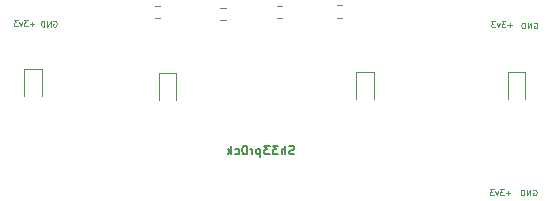
<source format=gbr>
G04 #@! TF.GenerationSoftware,KiCad,Pcbnew,(5.1.5-0-10_14)*
G04 #@! TF.CreationDate,2021-09-19T20:31:28-06:00*
G04 #@! TF.ProjectId,2021DC435,32303231-4443-4343-9335-2e6b69636164,rev?*
G04 #@! TF.SameCoordinates,Original*
G04 #@! TF.FileFunction,Legend,Bot*
G04 #@! TF.FilePolarity,Positive*
%FSLAX46Y46*%
G04 Gerber Fmt 4.6, Leading zero omitted, Abs format (unit mm)*
G04 Created by KiCad (PCBNEW (5.1.5-0-10_14)) date 2021-09-19 20:31:28*
%MOMM*%
%LPD*%
G04 APERTURE LIST*
%ADD10C,0.150000*%
%ADD11C,0.125000*%
%ADD12C,0.120000*%
G04 APERTURE END LIST*
D10*
X127365248Y-93856851D02*
X127258105Y-93892565D01*
X127079534Y-93892565D01*
X127008105Y-93856851D01*
X126972391Y-93821137D01*
X126936677Y-93749708D01*
X126936677Y-93678280D01*
X126972391Y-93606851D01*
X127008105Y-93571137D01*
X127079534Y-93535422D01*
X127222391Y-93499708D01*
X127293820Y-93463994D01*
X127329534Y-93428280D01*
X127365248Y-93356851D01*
X127365248Y-93285422D01*
X127329534Y-93213994D01*
X127293820Y-93178280D01*
X127222391Y-93142565D01*
X127043820Y-93142565D01*
X126936677Y-93178280D01*
X126615248Y-93892565D02*
X126615248Y-93142565D01*
X126293820Y-93892565D02*
X126293820Y-93499708D01*
X126329534Y-93428280D01*
X126400962Y-93392565D01*
X126508105Y-93392565D01*
X126579534Y-93428280D01*
X126615248Y-93463994D01*
X126008105Y-93142565D02*
X125543820Y-93142565D01*
X125793820Y-93428280D01*
X125686677Y-93428280D01*
X125615248Y-93463994D01*
X125579534Y-93499708D01*
X125543820Y-93571137D01*
X125543820Y-93749708D01*
X125579534Y-93821137D01*
X125615248Y-93856851D01*
X125686677Y-93892565D01*
X125900962Y-93892565D01*
X125972391Y-93856851D01*
X126008105Y-93821137D01*
X125293820Y-93142565D02*
X124829534Y-93142565D01*
X125079534Y-93428280D01*
X124972391Y-93428280D01*
X124900962Y-93463994D01*
X124865248Y-93499708D01*
X124829534Y-93571137D01*
X124829534Y-93749708D01*
X124865248Y-93821137D01*
X124900962Y-93856851D01*
X124972391Y-93892565D01*
X125186677Y-93892565D01*
X125258105Y-93856851D01*
X125293820Y-93821137D01*
X124508105Y-93392565D02*
X124508105Y-94142565D01*
X124508105Y-93428280D02*
X124436677Y-93392565D01*
X124293820Y-93392565D01*
X124222391Y-93428280D01*
X124186677Y-93463994D01*
X124150962Y-93535422D01*
X124150962Y-93749708D01*
X124186677Y-93821137D01*
X124222391Y-93856851D01*
X124293820Y-93892565D01*
X124436677Y-93892565D01*
X124508105Y-93856851D01*
X123829534Y-93892565D02*
X123829534Y-93392565D01*
X123829534Y-93535422D02*
X123793820Y-93463994D01*
X123758105Y-93428280D01*
X123686677Y-93392565D01*
X123615248Y-93392565D01*
X123222391Y-93142565D02*
X123150962Y-93142565D01*
X123079534Y-93178280D01*
X123043820Y-93213994D01*
X123008105Y-93285422D01*
X122972391Y-93428280D01*
X122972391Y-93606851D01*
X123008105Y-93749708D01*
X123043820Y-93821137D01*
X123079534Y-93856851D01*
X123150962Y-93892565D01*
X123222391Y-93892565D01*
X123293820Y-93856851D01*
X123329534Y-93821137D01*
X123365248Y-93749708D01*
X123400962Y-93606851D01*
X123400962Y-93428280D01*
X123365248Y-93285422D01*
X123329534Y-93213994D01*
X123293820Y-93178280D01*
X123222391Y-93142565D01*
X122329534Y-93856851D02*
X122400962Y-93892565D01*
X122543820Y-93892565D01*
X122615248Y-93856851D01*
X122650962Y-93821137D01*
X122686677Y-93749708D01*
X122686677Y-93535422D01*
X122650962Y-93463994D01*
X122615248Y-93428280D01*
X122543820Y-93392565D01*
X122400962Y-93392565D01*
X122329534Y-93428280D01*
X122008105Y-93892565D02*
X122008105Y-93142565D01*
X121936677Y-93606851D02*
X121722391Y-93892565D01*
X121722391Y-93392565D02*
X122008105Y-93678280D01*
D11*
X147601892Y-96887220D02*
X147649511Y-96863410D01*
X147720940Y-96863410D01*
X147792368Y-96887220D01*
X147839987Y-96934839D01*
X147863797Y-96982458D01*
X147887606Y-97077696D01*
X147887606Y-97149124D01*
X147863797Y-97244362D01*
X147839987Y-97291981D01*
X147792368Y-97339600D01*
X147720940Y-97363410D01*
X147673320Y-97363410D01*
X147601892Y-97339600D01*
X147578082Y-97315791D01*
X147578082Y-97149124D01*
X147673320Y-97149124D01*
X147363797Y-97363410D02*
X147363797Y-96863410D01*
X147078082Y-97363410D01*
X147078082Y-96863410D01*
X146839987Y-97363410D02*
X146839987Y-96863410D01*
X146720940Y-96863410D01*
X146649511Y-96887220D01*
X146601892Y-96934839D01*
X146578082Y-96982458D01*
X146554273Y-97077696D01*
X146554273Y-97149124D01*
X146578082Y-97244362D01*
X146601892Y-97291981D01*
X146649511Y-97339600D01*
X146720940Y-97363410D01*
X146839987Y-97363410D01*
X147650152Y-82749580D02*
X147697771Y-82725770D01*
X147769200Y-82725770D01*
X147840628Y-82749580D01*
X147888247Y-82797199D01*
X147912057Y-82844818D01*
X147935866Y-82940056D01*
X147935866Y-83011484D01*
X147912057Y-83106722D01*
X147888247Y-83154341D01*
X147840628Y-83201960D01*
X147769200Y-83225770D01*
X147721580Y-83225770D01*
X147650152Y-83201960D01*
X147626342Y-83178151D01*
X147626342Y-83011484D01*
X147721580Y-83011484D01*
X147412057Y-83225770D02*
X147412057Y-82725770D01*
X147126342Y-83225770D01*
X147126342Y-82725770D01*
X146888247Y-83225770D02*
X146888247Y-82725770D01*
X146769200Y-82725770D01*
X146697771Y-82749580D01*
X146650152Y-82797199D01*
X146626342Y-82844818D01*
X146602533Y-82940056D01*
X146602533Y-83011484D01*
X146626342Y-83106722D01*
X146650152Y-83154341D01*
X146697771Y-83201960D01*
X146769200Y-83225770D01*
X146888247Y-83225770D01*
X106972052Y-82599720D02*
X107019671Y-82575910D01*
X107091100Y-82575910D01*
X107162528Y-82599720D01*
X107210147Y-82647339D01*
X107233957Y-82694958D01*
X107257766Y-82790196D01*
X107257766Y-82861624D01*
X107233957Y-82956862D01*
X107210147Y-83004481D01*
X107162528Y-83052100D01*
X107091100Y-83075910D01*
X107043480Y-83075910D01*
X106972052Y-83052100D01*
X106948242Y-83028291D01*
X106948242Y-82861624D01*
X107043480Y-82861624D01*
X106733957Y-83075910D02*
X106733957Y-82575910D01*
X106448242Y-83075910D01*
X106448242Y-82575910D01*
X106210147Y-83075910D02*
X106210147Y-82575910D01*
X106091100Y-82575910D01*
X106019671Y-82599720D01*
X105972052Y-82647339D01*
X105948242Y-82694958D01*
X105924433Y-82790196D01*
X105924433Y-82861624D01*
X105948242Y-82956862D01*
X105972052Y-83004481D01*
X106019671Y-83052100D01*
X106091100Y-83075910D01*
X106210147Y-83075910D01*
X145670162Y-97147534D02*
X145289210Y-97147534D01*
X145479686Y-97338010D02*
X145479686Y-96957058D01*
X145098734Y-96838010D02*
X144789210Y-96838010D01*
X144955877Y-97028486D01*
X144884448Y-97028486D01*
X144836829Y-97052296D01*
X144813020Y-97076105D01*
X144789210Y-97123724D01*
X144789210Y-97242772D01*
X144813020Y-97290391D01*
X144836829Y-97314200D01*
X144884448Y-97338010D01*
X145027305Y-97338010D01*
X145074924Y-97314200D01*
X145098734Y-97290391D01*
X144622543Y-97004677D02*
X144503496Y-97338010D01*
X144384448Y-97004677D01*
X144241591Y-96838010D02*
X143932067Y-96838010D01*
X144098734Y-97028486D01*
X144027305Y-97028486D01*
X143979686Y-97052296D01*
X143955877Y-97076105D01*
X143932067Y-97123724D01*
X143932067Y-97242772D01*
X143955877Y-97290391D01*
X143979686Y-97314200D01*
X144027305Y-97338010D01*
X144170162Y-97338010D01*
X144217781Y-97314200D01*
X144241591Y-97290391D01*
X105365442Y-82837174D02*
X104984490Y-82837174D01*
X105174966Y-83027650D02*
X105174966Y-82646698D01*
X104794014Y-82527650D02*
X104484490Y-82527650D01*
X104651157Y-82718126D01*
X104579728Y-82718126D01*
X104532109Y-82741936D01*
X104508300Y-82765745D01*
X104484490Y-82813364D01*
X104484490Y-82932412D01*
X104508300Y-82980031D01*
X104532109Y-83003840D01*
X104579728Y-83027650D01*
X104722585Y-83027650D01*
X104770204Y-83003840D01*
X104794014Y-82980031D01*
X104317823Y-82694317D02*
X104198776Y-83027650D01*
X104079728Y-82694317D01*
X103936871Y-82527650D02*
X103627347Y-82527650D01*
X103794014Y-82718126D01*
X103722585Y-82718126D01*
X103674966Y-82741936D01*
X103651157Y-82765745D01*
X103627347Y-82813364D01*
X103627347Y-82932412D01*
X103651157Y-82980031D01*
X103674966Y-83003840D01*
X103722585Y-83027650D01*
X103865442Y-83027650D01*
X103913061Y-83003840D01*
X103936871Y-82980031D01*
X145802242Y-82941314D02*
X145421290Y-82941314D01*
X145611766Y-83131790D02*
X145611766Y-82750838D01*
X145230814Y-82631790D02*
X144921290Y-82631790D01*
X145087957Y-82822266D01*
X145016528Y-82822266D01*
X144968909Y-82846076D01*
X144945100Y-82869885D01*
X144921290Y-82917504D01*
X144921290Y-83036552D01*
X144945100Y-83084171D01*
X144968909Y-83107980D01*
X145016528Y-83131790D01*
X145159385Y-83131790D01*
X145207004Y-83107980D01*
X145230814Y-83084171D01*
X144754623Y-82798457D02*
X144635576Y-83131790D01*
X144516528Y-82798457D01*
X144373671Y-82631790D02*
X144064147Y-82631790D01*
X144230814Y-82822266D01*
X144159385Y-82822266D01*
X144111766Y-82846076D01*
X144087957Y-82869885D01*
X144064147Y-82917504D01*
X144064147Y-83036552D01*
X144087957Y-83084171D01*
X144111766Y-83107980D01*
X144159385Y-83131790D01*
X144302242Y-83131790D01*
X144349861Y-83107980D01*
X144373671Y-83084171D01*
D12*
X130976602Y-81268040D02*
X131451118Y-81268040D01*
X130976602Y-82313040D02*
X131451118Y-82313040D01*
X125878822Y-81329000D02*
X126353338Y-81329000D01*
X125878822Y-82374000D02*
X126353338Y-82374000D01*
X121083302Y-81450920D02*
X121557818Y-81450920D01*
X121083302Y-82495920D02*
X121557818Y-82495920D01*
X115558802Y-81329000D02*
X116033318Y-81329000D01*
X115558802Y-82374000D02*
X116033318Y-82374000D01*
X146932320Y-86950180D02*
X146932320Y-89235180D01*
X145462320Y-86950180D02*
X146932320Y-86950180D01*
X145462320Y-89235180D02*
X145462320Y-86950180D01*
X134079920Y-86950180D02*
X134079920Y-89235180D01*
X132609920Y-86950180D02*
X134079920Y-86950180D01*
X132609920Y-89235180D02*
X132609920Y-86950180D01*
X117379420Y-86975580D02*
X117379420Y-89260580D01*
X115909420Y-86975580D02*
X117379420Y-86975580D01*
X115909420Y-89260580D02*
X115909420Y-86975580D01*
X105977360Y-86678400D02*
X105977360Y-88963400D01*
X104507360Y-86678400D02*
X105977360Y-86678400D01*
X104507360Y-88963400D02*
X104507360Y-86678400D01*
M02*

</source>
